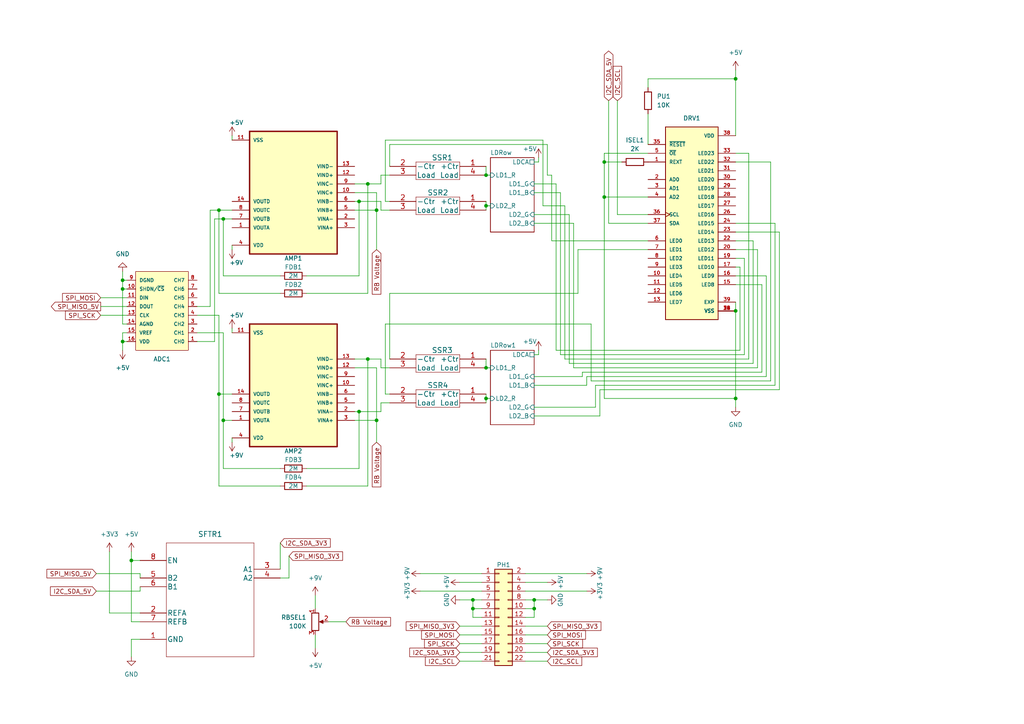
<source format=kicad_sch>
(kicad_sch (version 20211123) (generator eeschema)
  (paper "A4")
  (lib_symbols
    (symbol "ADC:MCU-MCP3008-I{brace}slash}P(DIP16-7.62MM)" (pin_names (offset 1.016))
      (property "Reference" "U" (at 0 12.7 0))
      (symbol "MCU-MCP3008-I{brace}slash}P(DIP16-7.62MM)_0_0"
        (rectangle (start -7.62 11.43) (end 7.62 -11.43) (stroke (width 0.1524)) (fill (type background)))
        (pin output line (at -10.16 8.89 0) (length 2.54) (name "CH0") (number "1"))
        (pin output line (at 10.16 -6.35 180) (length 2.54) (name "SHDN/~{CS}") (number "10"))
        (pin input line (at 10.16 -3.81 180) (length 2.54) (name "DIN") (number "11"))
        (pin input line (at 10.16 -1.27 180) (length 2.54) (name "DOUT") (number "12"))
        (pin output line (at 10.16 1.27 180) (length 2.54) (name "CLK") (number "13"))
        (pin input line (at 10.16 3.81 180) (length 2.54) (name "AGND") (number "14"))
        (pin input line (at 10.16 6.35 180) (length 2.54) (name "VREF") (number "15"))
        (pin output line (at 10.16 8.89 180) (length 2.54) (name "VDD") (number "16"))
        (pin input line (at -10.16 6.35 0) (length 2.54) (name "CH1") (number "2"))
        (pin output line (at -10.16 3.81 0) (length 2.54) (name "CH2") (number "3"))
        (pin input line (at -10.16 1.27 0) (length 2.54) (name "CH3") (number "4"))
        (pin input line (at -10.16 -1.27 0) (length 2.54) (name "CH4") (number "5"))
        (pin input line (at -10.16 -3.81 0) (length 2.54) (name "CH5") (number "6"))
        (pin output line (at -10.16 -6.35 0) (length 2.54) (name "CH6") (number "7"))
        (pin input line (at -10.16 -8.89 0) (length 2.54) (name "CH7") (number "8"))
        (pin output line (at 10.16 -8.89 180) (length 2.54) (name "DGND") (number "9"))
      )
    )
    (symbol "Connector_Generic:Conn_02x11_Odd_Even" (pin_names (offset 1.016) hide)
      (property "Reference" "J" (at 1.27 15.24 0))
      (property "Value" "Conn_02x11_Odd_Even" (at 1.27 -15.24 0))
      (symbol "Conn_02x11_Odd_Even_1_1"
        (rectangle (start -1.27 -12.573) (end 0 -12.827) (stroke (width 0.1524)))
        (rectangle (start -1.27 -10.033) (end 0 -10.287) (stroke (width 0.1524)))
        (rectangle (start -1.27 -7.493) (end 0 -7.747) (stroke (width 0.1524)))
        (rectangle (start -1.27 -4.953) (end 0 -5.207) (stroke (width 0.1524)))
        (rectangle (start -1.27 -2.413) (end 0 -2.667) (stroke (width 0.1524)))
        (rectangle (start -1.27 0.127) (end 0 -0.127) (stroke (width 0.1524)))
        (rectangle (start -1.27 2.667) (end 0 2.413) (stroke (width 0.1524)))
        (rectangle (start -1.27 5.207) (end 0 4.953) (stroke (width 0.1524)))
        (rectangle (start -1.27 7.747) (end 0 7.493) (stroke (width 0.1524)))
        (rectangle (start -1.27 10.287) (end 0 10.033) (stroke (width 0.1524)))
        (rectangle (start -1.27 12.827) (end 0 12.573) (stroke (width 0.1524)))
        (rectangle (start -1.27 13.97) (end 3.81 -13.97) (stroke (width 0.254)) (fill (type background)))
        (rectangle (start 3.81 -12.573) (end 2.54 -12.827) (stroke (width 0.1524)))
        (rectangle (start 3.81 -10.033) (end 2.54 -10.287) (stroke (width 0.1524)))
        (rectangle (start 3.81 -7.493) (end 2.54 -7.747) (stroke (width 0.1524)))
        (rectangle (start 3.81 -4.953) (end 2.54 -5.207) (stroke (width 0.1524)))
        (rectangle (start 3.81 -2.413) (end 2.54 -2.667) (stroke (width 0.1524)))
        (rectangle (start 3.81 0.127) (end 2.54 -0.127) (stroke (width 0.1524)))
        (rectangle (start 3.81 2.667) (end 2.54 2.413) (stroke (width 0.1524)))
        (rectangle (start 3.81 5.207) (end 2.54 4.953) (stroke (width 0.1524)))
        (rectangle (start 3.81 7.747) (end 2.54 7.493) (stroke (width 0.1524)))
        (rectangle (start 3.81 10.287) (end 2.54 10.033) (stroke (width 0.1524)))
        (rectangle (start 3.81 12.827) (end 2.54 12.573) (stroke (width 0.1524)))
        (pin passive line (at -5.08 12.7 0) (length 3.81) (name "Pin_1") (number "1"))
        (pin passive line (at 7.62 2.54 180) (length 3.81) (name "Pin_10") (number "10"))
        (pin passive line (at -5.08 0 0) (length 3.81) (name "Pin_11") (number "11"))
        (pin passive line (at 7.62 0 180) (length 3.81) (name "Pin_12") (number "12"))
        (pin passive line (at -5.08 -2.54 0) (length 3.81) (name "Pin_13") (number "13"))
        (pin passive line (at 7.62 -2.54 180) (length 3.81) (name "Pin_14") (number "14"))
        (pin passive line (at -5.08 -5.08 0) (length 3.81) (name "Pin_15") (number "15"))
        (pin passive line (at 7.62 -5.08 180) (length 3.81) (name "Pin_16") (number "16"))
        (pin passive line (at -5.08 -7.62 0) (length 3.81) (name "Pin_17") (number "17"))
        (pin passive line (at 7.62 -7.62 180) (length 3.81) (name "Pin_18") (number "18"))
        (pin passive line (at -5.08 -10.16 0) (length 3.81) (name "Pin_19") (number "19"))
        (pin passive line (at 7.62 12.7 180) (length 3.81) (name "Pin_2") (number "2"))
        (pin passive line (at 7.62 -10.16 180) (length 3.81) (name "Pin_20") (number "20"))
        (pin passive line (at -5.08 -12.7 0) (length 3.81) (name "Pin_21") (number "21"))
        (pin passive line (at 7.62 -12.7 180) (length 3.81) (name "Pin_22") (number "22"))
        (pin passive line (at -5.08 10.16 0) (length 3.81) (name "Pin_3") (number "3"))
        (pin passive line (at 7.62 10.16 180) (length 3.81) (name "Pin_4") (number "4"))
        (pin passive line (at -5.08 7.62 0) (length 3.81) (name "Pin_5") (number "5"))
        (pin passive line (at 7.62 7.62 180) (length 3.81) (name "Pin_6") (number "6"))
        (pin passive line (at -5.08 5.08 0) (length 3.81) (name "Pin_7") (number "7"))
        (pin passive line (at 7.62 5.08 180) (length 3.81) (name "Pin_8") (number "8"))
        (pin passive line (at -5.08 2.54 0) (length 3.81) (name "Pin_9") (number "9"))
      )
    )
    (symbol "Device:R" (pin_numbers hide) (pin_names (offset 0))
      (property "Reference" "R" (at 2.032 0 90))
      (property "Value" "R" (at 0 0 90))
      (symbol "R_0_1"
        (rectangle (start -1.016 -2.54) (end 1.016 2.54) (stroke (width 0.254)))
      )
      (symbol "R_1_1"
        (pin passive line (at 0 3.81 270) (length 1.27) (name "~") (number "1"))
        (pin passive line (at 0 -3.81 90) (length 1.27) (name "~") (number "2"))
      )
    )
    (symbol "Device:R_Potentiometer" (pin_names (offset 1.016) hide)
      (property "Reference" "RV" (at -4.445 0 90))
      (property "Value" "R_Potentiometer" (at -2.54 0 90))
      (symbol "R_Potentiometer_0_1"
        (polyline (pts (xy 2.54 0) (xy 1.524 0)))
        (polyline (pts (xy 1.143 0) (xy 2.286 0.508) (xy 2.286 -0.508) (xy 1.143 0)) (fill (type outline)))
        (rectangle (start 1.016 2.54) (end -1.016 -2.54) (stroke (width 0.254)))
      )
      (symbol "R_Potentiometer_1_1"
        (pin passive line (at 0 3.81 270) (length 1.27) (name "1") (number "1"))
        (pin passive line (at 3.81 0 180) (length 1.27) (name "2") (number "2"))
        (pin passive line (at 0 -3.81 90) (length 1.27) (name "3") (number "3"))
      )
    )
    (symbol "LED Driver:PCA9956BTWY" (pin_names (offset 1.016))
      (property "Reference" "U" (at 0 29.21 0))
      (property "Value" "PCA9956BTWY" (at 0 -30.48 0))
      (symbol "PCA9956BTWY_0_0"
        (rectangle (start -7.62 27.94) (end 7.62 -27.94) (stroke (width 0.254)) (fill (type background)))
        (pin input line (at -12.7 17.78 0) (length 5.08) (name "REXT") (number "1"))
        (pin output line (at -12.7 -15.24 0) (length 5.08) (name "LED4") (number "10"))
        (pin output line (at -12.7 -17.78 0) (length 5.08) (name "LED5") (number "11"))
        (pin output line (at -12.7 -20.32 0) (length 5.08) (name "LED6") (number "12"))
        (pin output line (at -12.7 -22.86 0) (length 5.08) (name "LED7") (number "13"))
        (pin power_in line (at 12.7 -25.4 180) (length 5.08) (name "VSS") (number "14"))
        (pin output line (at 12.7 -17.78 180) (length 5.08) (name "LED8") (number "15"))
        (pin output line (at 12.7 -15.24 180) (length 5.08) (name "LED9") (number "16"))
        (pin output line (at 12.7 -12.7 180) (length 5.08) (name "LED10") (number "17"))
        (pin power_in line (at 12.7 -25.4 180) (length 5.08) (name "VSS") (number "18"))
        (pin output line (at 12.7 -10.16 180) (length 5.08) (name "LED11") (number "19"))
        (pin input line (at -12.7 12.7 0) (length 5.08) (name "AD0") (number "2"))
        (pin output line (at 12.7 -7.62 180) (length 5.08) (name "LED12") (number "20"))
        (pin power_in line (at 12.7 -25.4 180) (length 5.08) (name "VSS") (number "21"))
        (pin output line (at 12.7 -5.08 180) (length 5.08) (name "LED13") (number "22"))
        (pin output line (at 12.7 -2.54 180) (length 5.08) (name "LED14") (number "23"))
        (pin output line (at 12.7 0 180) (length 5.08) (name "LED15") (number "24"))
        (pin power_in line (at 12.7 -25.4 180) (length 5.08) (name "VSS") (number "25"))
        (pin output line (at 12.7 2.54 180) (length 5.08) (name "LED16") (number "26"))
        (pin output line (at 12.7 5.08 180) (length 5.08) (name "LED17") (number "27"))
        (pin output line (at 12.7 7.62 180) (length 5.08) (name "LED18") (number "28"))
        (pin output line (at 12.7 10.16 180) (length 5.08) (name "LED19") (number "29"))
        (pin input line (at -12.7 10.16 0) (length 5.08) (name "AD1") (number "3"))
        (pin output line (at 12.7 12.7 180) (length 5.08) (name "LED20") (number "30"))
        (pin output line (at 12.7 15.24 180) (length 5.08) (name "LED21") (number "31"))
        (pin output line (at 12.7 17.78 180) (length 5.08) (name "LED22") (number "32"))
        (pin output line (at 12.7 20.32 180) (length 5.08) (name "LED23") (number "33"))
        (pin power_in line (at 12.7 -25.4 180) (length 5.08) (name "VSS") (number "34"))
        (pin input line (at -12.7 22.86 0) (length 5.08) (name "~{RESET}") (number "35"))
        (pin input clock (at -12.7 2.54 0) (length 5.08) (name "SCL") (number "36"))
        (pin bidirectional line (at -12.7 0 0) (length 5.08) (name "SDA") (number "37"))
        (pin power_in line (at 12.7 25.4 180) (length 5.08) (name "VDD") (number "38"))
        (pin power_in line (at 12.7 -22.86 180) (length 5.08) (name "EXP") (number "39"))
        (pin input line (at -12.7 7.62 0) (length 5.08) (name "AD2") (number "4"))
        (pin input line (at -12.7 20.32 0) (length 5.08) (name "~{OE}") (number "5"))
        (pin output line (at -12.7 -5.08 0) (length 5.08) (name "LED0") (number "6"))
        (pin output line (at -12.7 -7.62 0) (length 5.08) (name "LED1") (number "7"))
        (pin output line (at -12.7 -10.16 0) (length 5.08) (name "LED2") (number "8"))
        (pin output line (at -12.7 -12.7 0) (length 5.08) (name "LED3") (number "9"))
      )
    )
    (symbol "Level Shifter:LSF0102DCH" (pin_names (offset 0.254))
      (property "Reference" "U" (at 20.32 10.16 0))
      (property "Value" "LSF0102DCH" (at 20.32 7.62 0))
      (symbol "LSF0102DCH_1_1"
        (polyline (pts (xy 7.62 -27.94) (xy 33.02 -27.94)) (stroke (width 0.127)))
        (polyline (pts (xy 7.62 5.08) (xy 7.62 -27.94)) (stroke (width 0.127)))
        (polyline (pts (xy 33.02 -27.94) (xy 33.02 5.08)) (stroke (width 0.127)))
        (polyline (pts (xy 33.02 5.08) (xy 7.62 5.08)) (stroke (width 0.127)))
        (pin power_in line (at 0 -22.86 0) (length 7.62) (name "GND") (number "1"))
        (pin power_in line (at 0 -15.24 0) (length 7.62) (name "REFA") (number "2"))
        (pin bidirectional line (at 40.64 -2.54 180) (length 7.62) (name "A1") (number "3"))
        (pin bidirectional line (at 40.64 -5.08 180) (length 7.62) (name "A2") (number "4"))
        (pin bidirectional line (at 0 -5.08 0) (length 7.62) (name "B2") (number "5"))
        (pin bidirectional line (at 0 -7.62 0) (length 7.62) (name "B1") (number "6"))
        (pin power_in line (at 0 -17.78 0) (length 7.62) (name "REFB") (number "7"))
        (pin input line (at 0 0 0) (length 7.62) (name "EN") (number "8"))
      )
    )
    (symbol "Op-Amp:MCP619-I{brace}slash}SL" (pin_names (offset 1.016))
      (property "Reference" "U" (at -12.7 18.7706 0))
      (property "Value" "MCP619-I{brace}slash}SL" (at -12.7 -21.7678 0))
      (symbol "MCP619-I{brace}slash}SL_0_0"
        (rectangle (start -12.7 -17.78) (end 12.7 17.78) (stroke (width 0.4064)) (fill (type background)))
        (pin output line (at 17.78 10.16 180) (length 5.08) (name "VOUTA") (number "1"))
        (pin input line (at -17.78 0 0) (length 5.08) (name "VINC+") (number "10"))
        (pin power_in line (at 17.78 -15.24 180) (length 5.08) (name "VSS") (number "11"))
        (pin input line (at -17.78 -5.08 0) (length 5.08) (name "VIND+") (number "12"))
        (pin input line (at -17.78 -7.62 0) (length 5.08) (name "VIND-") (number "13"))
        (pin output line (at 17.78 2.54 180) (length 5.08) (name "VOUTD") (number "14"))
        (pin input line (at -17.78 7.62 0) (length 5.08) (name "VINA-") (number "2"))
        (pin input line (at -17.78 10.16 0) (length 5.08) (name "VINA+") (number "3"))
        (pin power_in line (at 17.78 15.24 180) (length 5.08) (name "VDD") (number "4"))
        (pin input line (at -17.78 5.08 0) (length 5.08) (name "VINB+") (number "5"))
        (pin input line (at -17.78 2.54 0) (length 5.08) (name "VINB-") (number "6"))
        (pin output line (at 17.78 7.62 180) (length 5.08) (name "VOUTB") (number "7"))
        (pin output line (at 17.78 5.08 180) (length 5.08) (name "VOUTC") (number "8"))
        (pin input line (at -17.78 -2.54 0) (length 5.08) (name "VINC-") (number "9"))
      )
    )
    (symbol "SSR:TLP4176ATP_F" (pin_names (offset 0.254))
      (property "Reference" "K" (at 0 3.81 0))
      (symbol "TLP4176ATP_F_1_1"
        (polyline (pts (xy -6.35 -2.54) (xy 6.35 -2.54)) (stroke (width 0.127)))
        (polyline (pts (xy -6.35 2.54) (xy -6.35 -2.54)) (stroke (width 0.127)))
        (polyline (pts (xy 6.35 -2.54) (xy 6.35 2.54)) (stroke (width 0.127)))
        (polyline (pts (xy 6.35 2.54) (xy -6.35 2.54)) (stroke (width 0.127)))
        (pin unspecified line (at -13.97 1.27 0) (length 7.62) (name "+Ctr") (number "1"))
        (pin unspecified line (at 13.97 1.27 180) (length 7.62) (name "-Ctr") (number "2"))
        (pin unspecified line (at 13.97 -1.27 180) (length 7.62) (name "Load") (number "3"))
        (pin unspecified line (at -13.97 -1.27 0) (length 7.62) (name "Load") (number "4"))
      )
    )
    (symbol "power:+3V3" (power) (pin_names (offset 0))
      (property "Value" "+3V3" (at 0 3.556 0))
      (symbol "+3V3_0_1"
        (polyline (pts (xy -0.762 1.27) (xy 0 2.54)))
        (polyline (pts (xy 0 0) (xy 0 2.54)))
        (polyline (pts (xy 0 2.54) (xy 0.762 1.27)))
      )
      (symbol "+3V3_1_1"
        (pin power_in line (at 0 0 90) (length 0) hide (name "+3V3") (number "1"))
      )
    )
    (symbol "power:+5V" (power) (pin_names (offset 0))
      (property "Value" "+5V" (at 0 3.556 0))
      (symbol "+5V_0_1"
        (polyline (pts (xy -0.762 1.27) (xy 0 2.54)))
        (polyline (pts (xy 0 0) (xy 0 2.54)))
        (polyline (pts (xy 0 2.54) (xy 0.762 1.27)))
      )
      (symbol "+5V_1_1"
        (pin power_in line (at 0 0 90) (length 0) hide (name "+5V") (number "1"))
      )
    )
    (symbol "power:+9V" (power) (pin_names (offset 0))
      (property "Value" "+9V" (at 0 3.556 0))
      (symbol "+9V_0_1"
        (polyline (pts (xy -0.762 1.27) (xy 0 2.54)))
        (polyline (pts (xy 0 0) (xy 0 2.54)))
        (polyline (pts (xy 0 2.54) (xy 0.762 1.27)))
      )
      (symbol "+9V_1_1"
        (pin power_in line (at 0 0 90) (length 0) hide (name "+9V") (number "1"))
      )
    )
    (symbol "power:GND" (power) (pin_names (offset 0))
      (property "Value" "GND" (at 0 -3.81 0))
      (symbol "GND_0_1"
        (polyline (pts (xy 0 0) (xy 0 -1.27) (xy 1.27 -1.27) (xy 0 -2.54) (xy -1.27 -1.27) (xy 0 -1.27)))
      )
      (symbol "GND_1_1"
        (pin power_in line (at 0 0 270) (length 0) hide (name "GND") (number "1"))
      )
    )
  )
  (junction (at 137.16 173.99))
  (junction (at 140.97 115.57))
  (junction (at 213.36 90.17))
  (junction (at 175.26 46.99))
  (junction (at 35.56 83.82))
  (junction (at 175.26 57.15))
  (junction (at 140.97 106.68))
  (junction (at 109.22 121.92))
  (junction (at 35.56 81.28))
  (junction (at 64.77 121.92))
  (junction (at 64.77 63.5))
  (junction (at 38.1 162.56))
  (junction (at 106.68 104.14))
  (junction (at 35.56 99.06))
  (junction (at 213.36 115.57))
  (junction (at 137.16 176.53))
  (junction (at 63.5 60.96))
  (junction (at 104.14 58.42))
  (junction (at 104.14 119.38))
  (junction (at 140.97 50.8))
  (junction (at 154.94 173.99))
  (junction (at 154.94 176.53))
  (junction (at 63.5 114.3))
  (junction (at 106.68 53.34))
  (junction (at 213.36 22.86))
  (junction (at 109.22 60.96))
  (junction (at 140.97 59.69))
  (wire (pts (xy 140.97 115.57) (xy 140.97 114.3)))
  (wire (pts (xy 140.97 106.68) (xy 142.24 106.68)))
  (wire (pts (xy 110.49 50.8) (xy 113.03 50.8)))
  (wire (pts (xy 187.96 33.02) (xy 187.96 41.91)))
  (wire (pts (xy 187.96 22.86) (xy 187.96 25.4)))
  (wire (pts (xy 110.49 60.96) (xy 113.03 60.96)))
  (wire (pts (xy 162.56 55.88) (xy 162.56 102.87)))
  (wire (pts (xy 63.5 60.96) (xy 67.31 60.96)))
  (wire (pts (xy 140.97 59.69) (xy 140.97 60.96)))
  (wire (pts (xy 36.83 99.06) (xy 35.56 99.06)))
  (wire (pts (xy 64.77 63.5) (xy 62.23 63.5)))
  (wire (pts (xy 104.14 58.42) (xy 102.87 58.42)))
  (wire (pts (xy 111.76 40.64) (xy 111.76 58.42)))
  (wire (pts (xy 160.02 69.85) (xy 187.96 69.85)))
  (wire (pts (xy 139.7 176.53) (xy 137.16 176.53)))
  (wire (pts (xy 213.36 90.17) (xy 213.36 115.57)))
  (wire (pts (xy 154.94 118.11) (xy 172.72 118.11)))
  (wire (pts (xy 154.94 176.53) (xy 154.94 173.99)))
  (wire (pts (xy 217.17 44.45) (xy 213.36 44.45)))
  (wire (pts (xy 139.7 181.61) (xy 133.35 181.61)))
  (wire (pts (xy 179.07 29.21) (xy 179.07 62.23)))
  (wire (pts (xy 140.97 104.14) (xy 140.97 106.68)))
  (wire (pts (xy 226.06 67.31) (xy 213.36 67.31)))
  (wire (pts (xy 175.26 115.57) (xy 213.36 115.57)))
  (wire (pts (xy 156.21 45.72) (xy 156.21 46.99)))
  (wire (pts (xy 173.99 120.65) (xy 173.99 113.03)))
  (wire (pts (xy 163.83 104.14) (xy 217.17 104.14)))
  (wire (pts (xy 104.14 119.38) (xy 110.49 119.38)))
  (wire (pts (xy 81.28 140.97) (xy 63.5 140.97)))
  (wire (pts (xy 176.53 29.21) (xy 176.53 64.77)))
  (wire (pts (xy 91.44 172.72) (xy 91.44 176.53)))
  (wire (pts (xy 111.76 93.98) (xy 111.76 114.3)))
  (wire (pts (xy 62.23 63.5) (xy 62.23 99.06)))
  (wire (pts (xy 109.22 55.88) (xy 109.22 60.96)))
  (wire (pts (xy 222.25 109.22) (xy 222.25 80.01)))
  (wire (pts (xy 218.44 105.41) (xy 218.44 69.85)))
  (wire (pts (xy 222.25 80.01) (xy 213.36 80.01)))
  (wire (pts (xy 154.94 179.07) (xy 154.94 176.53)))
  (wire (pts (xy 152.4 179.07) (xy 154.94 179.07)))
  (wire (pts (xy 162.56 102.87) (xy 215.9 102.87)))
  (wire (pts (xy 60.96 60.96) (xy 63.5 60.96)))
  (wire (pts (xy 213.36 87.63) (xy 213.36 90.17)))
  (wire (pts (xy 67.31 40.64) (xy 67.31 39.37)))
  (wire (pts (xy 106.68 104.14) (xy 110.49 104.14)))
  (wire (pts (xy 165.1 105.41) (xy 218.44 105.41)))
  (wire (pts (xy 57.15 88.9) (xy 60.96 88.9)))
  (wire (pts (xy 154.94 62.23) (xy 165.1 62.23)))
  (wire (pts (xy 213.36 20.32) (xy 213.36 22.86)))
  (wire (pts (xy 64.77 96.52) (xy 64.77 121.92)))
  (wire (pts (xy 165.1 62.23) (xy 165.1 105.41)))
  (wire (pts (xy 104.14 58.42) (xy 110.49 58.42)))
  (wire (pts (xy 111.76 40.64) (xy 157.48 40.64)))
  (wire (pts (xy 154.94 55.88) (xy 162.56 55.88)))
  (wire (pts (xy 35.56 83.82) (xy 35.56 81.28)))
  (wire (pts (xy 35.56 81.28) (xy 36.83 81.28)))
  (wire (pts (xy 140.97 59.69) (xy 140.97 58.42)))
  (wire (pts (xy 106.68 53.34) (xy 102.87 53.34)))
  (wire (pts (xy 67.31 96.52) (xy 67.31 95.25)))
  (wire (pts (xy 167.64 85.09) (xy 167.64 72.39)))
  (wire (pts (xy 102.87 60.96) (xy 109.22 60.96)))
  (wire (pts (xy 139.7 186.69) (xy 133.35 186.69)))
  (wire (pts (xy 218.44 69.85) (xy 213.36 69.85)))
  (wire (pts (xy 175.26 44.45) (xy 187.96 44.45)))
  (wire (pts (xy 110.49 119.38) (xy 110.49 116.84)))
  (wire (pts (xy 35.56 101.6) (xy 35.56 99.06)))
  (wire (pts (xy 63.5 114.3) (xy 63.5 140.97)))
  (wire (pts (xy 64.77 135.89) (xy 64.77 121.92)))
  (wire (pts (xy 219.71 106.68) (xy 219.71 72.39)))
  (wire (pts (xy 35.56 96.52) (xy 36.83 96.52)))
  (wire (pts (xy 67.31 71.12) (xy 67.31 72.39)))
  (wire (pts (xy 219.71 72.39) (xy 213.36 72.39)))
  (wire (pts (xy 91.44 184.15) (xy 91.44 187.96)))
  (wire (pts (xy 110.49 58.42) (xy 110.49 60.96)))
  (wire (pts (xy 38.1 185.42) (xy 38.1 190.5)))
  (wire (pts (xy 168.91 107.95) (xy 220.98 107.95)))
  (wire (pts (xy 83.82 167.64) (xy 81.28 167.64)))
  (wire (pts (xy 106.68 104.14) (xy 106.68 140.97)))
  (wire (pts (xy 139.7 166.37) (xy 121.92 166.37)))
  (wire (pts (xy 102.87 121.92) (xy 109.22 121.92)))
  (wire (pts (xy 160.02 50.8) (xy 160.02 69.85)))
  (wire (pts (xy 223.52 110.49) (xy 223.52 46.99)))
  (wire (pts (xy 88.9 135.89) (xy 104.14 135.89)))
  (wire (pts (xy 175.26 46.99) (xy 180.34 46.99)))
  (wire (pts (xy 113.03 41.91) (xy 158.75 41.91)))
  (wire (pts (xy 215.9 74.93) (xy 213.36 74.93)))
  (wire (pts (xy 170.18 111.76) (xy 170.18 109.22)))
  (wire (pts (xy 157.48 59.69) (xy 163.83 59.69)))
  (wire (pts (xy 170.18 109.22) (xy 222.25 109.22)))
  (wire (pts (xy 168.91 109.22) (xy 168.91 107.95)))
  (wire (pts (xy 40.64 171.45) (xy 40.64 170.18)))
  (wire (pts (xy 166.37 64.77) (xy 166.37 106.68)))
  (wire (pts (xy 40.64 185.42) (xy 38.1 185.42)))
  (wire (pts (xy 224.79 111.76) (xy 224.79 64.77)))
  (wire (pts (xy 217.17 104.14) (xy 217.17 44.45)))
  (wire (pts (xy 106.68 104.14) (xy 102.87 104.14)))
  (wire (pts (xy 166.37 106.68) (xy 219.71 106.68)))
  (wire (pts (xy 110.49 116.84) (xy 113.03 116.84)))
  (wire (pts (xy 29.21 88.9) (xy 36.83 88.9)))
  (wire (pts (xy 106.68 140.97) (xy 88.9 140.97)))
  (wire (pts (xy 64.77 121.92) (xy 67.31 121.92)))
  (wire (pts (xy 171.45 110.49) (xy 223.52 110.49)))
  (wire (pts (xy 175.26 115.57) (xy 175.26 57.15)))
  (wire (pts (xy 64.77 63.5) (xy 67.31 63.5)))
  (wire (pts (xy 38.1 160.02) (xy 38.1 162.56)))
  (wire (pts (xy 57.15 96.52) (xy 64.77 96.52)))
  (wire (pts (xy 220.98 82.55) (xy 213.36 82.55)))
  (wire (pts (xy 213.36 22.86) (xy 213.36 39.37)))
  (wire (pts (xy 223.52 46.99) (xy 213.36 46.99)))
  (wire (pts (xy 154.94 120.65) (xy 173.99 120.65)))
  (wire (pts (xy 139.7 171.45) (xy 121.92 171.45)))
  (wire (pts (xy 35.56 83.82) (xy 36.83 83.82)))
  (wire (pts (xy 140.97 115.57) (xy 140.97 116.84)))
  (wire (pts (xy 109.22 106.68) (xy 109.22 121.92)))
  (wire (pts (xy 215.9 102.87) (xy 215.9 74.93)))
  (wire (pts (xy 163.83 59.69) (xy 163.83 104.14)))
  (wire (pts (xy 137.16 176.53) (xy 137.16 173.99)))
  (wire (pts (xy 106.68 85.09) (xy 88.9 85.09)))
  (wire (pts (xy 81.28 157.48) (xy 81.28 165.1)))
  (wire (pts (xy 106.68 85.09) (xy 106.68 53.34)))
  (wire (pts (xy 38.1 162.56) (xy 40.64 162.56)))
  (wire (pts (xy 139.7 189.23) (xy 133.35 189.23)))
  (wire (pts (xy 154.94 111.76) (xy 170.18 111.76)))
  (wire (pts (xy 110.49 50.8) (xy 110.49 53.34)))
  (wire (pts (xy 111.76 58.42) (xy 113.03 58.42)))
  (wire (pts (xy 220.98 107.95) (xy 220.98 82.55)))
  (wire (pts (xy 187.96 22.86) (xy 213.36 22.86)))
  (wire (pts (xy 81.28 135.89) (xy 64.77 135.89)))
  (wire (pts (xy 179.07 62.23) (xy 187.96 62.23)))
  (wire (pts (xy 172.72 118.11) (xy 172.72 111.76)))
  (wire (pts (xy 152.4 168.91) (xy 158.75 168.91)))
  (wire (pts (xy 81.28 85.09) (xy 63.5 85.09)))
  (wire (pts (xy 67.31 127) (xy 67.31 128.27)))
  (wire (pts (xy 172.72 111.76) (xy 224.79 111.76)))
  (wire (pts (xy 31.75 160.02) (xy 31.75 177.8)))
  (wire (pts (xy 224.79 64.77) (xy 213.36 64.77)))
  (wire (pts (xy 40.64 180.34) (xy 38.1 180.34)))
  (wire (pts (xy 152.4 166.37) (xy 170.18 166.37)))
  (wire (pts (xy 31.75 177.8) (xy 40.64 177.8)))
  (wire (pts (xy 81.28 80.01) (xy 64.77 80.01)))
  (wire (pts (xy 36.83 93.98) (xy 35.56 93.98)))
  (wire (pts (xy 137.16 179.07) (xy 137.16 176.53)))
  (wire (pts (xy 154.94 173.99) (xy 158.75 173.99)))
  (wire (pts (xy 213.36 115.57) (xy 213.36 118.11)))
  (wire (pts (xy 64.77 80.01) (xy 64.77 63.5)))
  (wire (pts (xy 161.29 53.34) (xy 161.29 101.6)))
  (wire (pts (xy 27.94 171.45) (xy 40.64 171.45)))
  (wire (pts (xy 154.94 64.77) (xy 166.37 64.77)))
  (wire (pts (xy 158.75 50.8) (xy 160.02 50.8)))
  (wire (pts (xy 214.63 101.6) (xy 214.63 77.47)))
  (wire (pts (xy 175.26 46.99) (xy 175.26 44.45)))
  (wire (pts (xy 95.25 180.34) (xy 100.33 180.34)))
  (wire (pts (xy 152.4 171.45) (xy 170.18 171.45)))
  (wire (pts (xy 106.68 53.34) (xy 110.49 53.34)))
  (wire (pts (xy 152.4 186.69) (xy 158.75 186.69)))
  (wire (pts (xy 139.7 179.07) (xy 137.16 179.07)))
  (wire (pts (xy 104.14 135.89) (xy 104.14 119.38)))
  (wire (pts (xy 60.96 88.9) (xy 60.96 60.96)))
  (wire (pts (xy 139.7 184.15) (xy 133.35 184.15)))
  (wire (pts (xy 214.63 77.47) (xy 213.36 77.47)))
  (wire (pts (xy 154.94 53.34) (xy 161.29 53.34)))
  (wire (pts (xy 157.48 40.64) (xy 157.48 59.69)))
  (wire (pts (xy 38.1 180.34) (xy 38.1 162.56)))
  (wire (pts (xy 110.49 106.68) (xy 113.03 106.68)))
  (wire (pts (xy 110.49 106.68) (xy 110.49 104.14)))
  (wire (pts (xy 57.15 91.44) (xy 63.5 91.44)))
  (wire (pts (xy 35.56 81.28) (xy 35.56 78.74)))
  (wire (pts (xy 173.99 113.03) (xy 226.06 113.03)))
  (wire (pts (xy 154.94 102.87) (xy 156.21 102.87)))
  (wire (pts (xy 29.21 86.36) (xy 36.83 86.36)))
  (wire (pts (xy 140.97 115.57) (xy 142.24 115.57)))
  (wire (pts (xy 152.4 189.23) (xy 158.75 189.23)))
  (wire (pts (xy 113.03 85.09) (xy 167.64 85.09)))
  (wire (pts (xy 27.94 166.37) (xy 40.64 166.37)))
  (wire (pts (xy 113.03 41.91) (xy 113.03 48.26)))
  (wire (pts (xy 158.75 41.91) (xy 158.75 50.8)))
  (wire (pts (xy 104.14 119.38) (xy 102.87 119.38)))
  (wire (pts (xy 175.26 57.15) (xy 175.26 46.99)))
  (wire (pts (xy 139.7 168.91) (xy 133.35 168.91)))
  (wire (pts (xy 102.87 55.88) (xy 109.22 55.88)))
  (wire (pts (xy 111.76 93.98) (xy 171.45 93.98)))
  (wire (pts (xy 63.5 114.3) (xy 67.31 114.3)))
  (wire (pts (xy 152.4 181.61) (xy 158.75 181.61)))
  (wire (pts (xy 140.97 59.69) (xy 142.24 59.69)))
  (wire (pts (xy 111.76 114.3) (xy 113.03 114.3)))
  (wire (pts (xy 63.5 91.44) (xy 63.5 114.3)))
  (wire (pts (xy 109.22 121.92) (xy 109.22 128.27)))
  (wire (pts (xy 35.56 99.06) (xy 35.56 96.52)))
  (wire (pts (xy 113.03 85.09) (xy 113.03 104.14)))
  (wire (pts (xy 140.97 50.8) (xy 142.24 50.8)))
  (wire (pts (xy 152.4 176.53) (xy 154.94 176.53)))
  (wire (pts (xy 109.22 60.96) (xy 109.22 72.39)))
  (wire (pts (xy 140.97 48.26) (xy 140.97 50.8)))
  (wire (pts (xy 161.29 101.6) (xy 214.63 101.6)))
  (wire (pts (xy 167.64 72.39) (xy 187.96 72.39)))
  (wire (pts (xy 137.16 173.99) (xy 133.35 173.99)))
  (wire (pts (xy 152.4 173.99) (xy 154.94 173.99)))
  (wire (pts (xy 29.21 91.44) (xy 36.83 91.44)))
  (wire (pts (xy 139.7 173.99) (xy 137.16 173.99)))
  (wire (pts (xy 226.06 113.03) (xy 226.06 67.31)))
  (wire (pts (xy 83.82 161.29) (xy 83.82 167.64)))
  (wire (pts (xy 62.23 99.06) (xy 57.15 99.06)))
  (wire (pts (xy 102.87 106.68) (xy 109.22 106.68)))
  (wire (pts (xy 88.9 80.01) (xy 104.14 80.01)))
  (wire (pts (xy 152.4 184.15) (xy 158.75 184.15)))
  (wire (pts (xy 175.26 57.15) (xy 187.96 57.15)))
  (wire (pts (xy 152.4 191.77) (xy 158.75 191.77)))
  (wire (pts (xy 139.7 191.77) (xy 133.35 191.77)))
  (wire (pts (xy 154.94 46.99) (xy 156.21 46.99)))
  (wire (pts (xy 176.53 64.77) (xy 187.96 64.77)))
  (wire (pts (xy 154.94 109.22) (xy 168.91 109.22)))
  (wire (pts (xy 35.56 93.98) (xy 35.56 83.82)))
  (wire (pts (xy 63.5 85.09) (xy 63.5 60.96)))
  (wire (pts (xy 40.64 167.64) (xy 40.64 166.37)))
  (wire (pts (xy 171.45 93.98) (xy 171.45 110.49)))
  (wire (pts (xy 156.21 101.6) (xy 156.21 102.87)))
  (wire (pts (xy 104.14 80.01) (xy 104.14 58.42)))
  (global_label "SPI_MISO_3V3" (shape input) (at 133.35 181.61 180) (property "Intersheet References" "${INTERSHEET_REFS}" (effects hide)))
  (global_label "SPI_MOSI" (shape input) (at 29.21 86.36 180) (property "Intersheet References" "${INTERSHEET_REFS}" (effects hide)))
  (global_label "I2C_SDA_5V" (shape input) (at 27.94 171.45 180) (property "Intersheet References" "${INTERSHEET_REFS}" (effects hide)))
  (global_label "I2C_SDA_3V3" (shape input) (at 133.35 189.23 180) (property "Intersheet References" "${INTERSHEET_REFS}" (effects hide)))
  (global_label "I2C_SCL" (shape input) (at 179.07 29.21 90) (property "Intersheet References" "${INTERSHEET_REFS}" (effects hide)))
  (global_label "SPI_MISO_5V" (shape input) (at 27.94 166.37 180) (property "Intersheet References" "${INTERSHEET_REFS}" (effects hide)))
  (global_label "I2C_SDA_3V3" (shape input) (at 81.28 157.48 0) (property "Intersheet References" "${INTERSHEET_REFS}" (effects hide)))
  (global_label "SPI_SCK" (shape input) (at 29.21 91.44 180) (property "Intersheet References" "${INTERSHEET_REFS}" (effects hide)))
  (global_label "SPI_MOSI" (shape input) (at 133.35 184.15 180) (property "Intersheet References" "${INTERSHEET_REFS}" (effects hide)))
  (global_label "SPI_SCK" (shape input) (at 133.35 186.69 180) (property "Intersheet References" "${INTERSHEET_REFS}" (effects hide)))
  (global_label "I2C_SDA_5V" (shape bidirectional) (at 176.53 29.21 90) (property "Intersheet References" "${INTERSHEET_REFS}" (effects hide)))
  (global_label "SPI_SCK" (shape input) (at 158.75 186.69 0) (property "Intersheet References" "${INTERSHEET_REFS}" (effects hide)))
  (global_label "I2C_SDA_3V3" (shape input) (at 158.75 189.23 0) (property "Intersheet References" "${INTERSHEET_REFS}" (effects hide)))
  (global_label "SPI_MISO_5V" (shape output) (at 29.21 88.9 180) (property "Intersheet References" "${INTERSHEET_REFS}" (effects hide)))
  (global_label "SPI_MISO_3V3" (shape input) (at 158.75 181.61 0) (property "Intersheet References" "${INTERSHEET_REFS}" (effects hide)))
  (global_label "SPI_MISO_3V3" (shape input) (at 83.82 161.29 0) (property "Intersheet References" "${INTERSHEET_REFS}" (effects hide)))
  (global_label "RB Voltage" (shape input) (at 100.33 180.34 0) (property "Intersheet References" "${INTERSHEET_REFS}" (effects hide)))
  (global_label "I2C_SCL" (shape input) (at 158.75 191.77 0) (property "Intersheet References" "${INTERSHEET_REFS}" (effects hide)))
  (global_label "I2C_SCL" (shape input) (at 133.35 191.77 180) (property "Intersheet References" "${INTERSHEET_REFS}" (effects hide)))
  (global_label "SPI_MOSI" (shape input) (at 158.75 184.15 0) (property "Intersheet References" "${INTERSHEET_REFS}" (effects hide)))
  (global_label "RB Voltage" (shape input) (at 109.22 128.27 270) (property "Intersheet References" "${INTERSHEET_REFS}" (effects hide)))
  (global_label "RB Voltage" (shape input) (at 109.22 72.39 270) (property "Intersheet References" "${INTERSHEET_REFS}" (effects hide)))
  (symbol (lib_id "power:+3V3") (at 31.75 160.02 0) (unit 1)
    (property "Reference" "#PWR0153" (effects hide))
    (property "Value" "+3V3" (at 31.75 154.94 0))
  )
  (symbol (lib_id "LED Driver:PCA9956BTWY") (at 200.66 64.77 0) (unit 1)
    (property "Reference" "DRV1" (at 200.66 34.29 0))
    (property "Value" "PCA9956BTWY" (effects hide))
    (property "Footprint" "LED Driver:SOP50P640X110-39N" (effects hide))
    (property "PARTREV" "1.1" (effects hide))
    (property "MAXIMUM_PACKAGE_HEIGHT" "1.1mm" (effects hide))
    (property "MANUFACTURER" "NXP" (effects hide))
    (property "STANDARD" "IPC7351B" (effects hide))
  )
  (symbol (lib_id "power:GND") (at 213.36 118.11 0) (unit 1)
    (property "Reference" "#PWR02" (effects hide))
    (property "Value" "GND" (at 213.36 123.19 0))
  )
  (symbol (lib_id "SSR:TLP4176ATP_F") (at 127 59.69 0) (mirror y) (unit 1)
    (property "Reference" "SSR2" (at 127 55.88 0) (effects (font (size 1.524 1.524))))
    (property "Value" "TLP417A-TP-F" (effects hide))
    (property "Footprint" "SSR:footprints" (effects hide))
  )
  (symbol (lib_id "ADC:MCU-MCP3008-I{brace}slash}P(DIP16-7.62MM)") (at 46.99 90.17 180) (unit 1)
    (property "Reference" "ADC1" (at 46.99 104.14 0))
    (property "Value" "MCU-MCP3008-I/P(DIP16-7.62MM)" (effects hide))
    (property "Footprint" "ADC:MCP3008-I&slash_P" (effects hide))
    (property "MPN" "MCP3008-I/P" (effects hide))
    (property "VALUE" "MCP3008-I/P-DIP16" (effects hide))
  )
  (symbol (lib_id "power:+5V") (at 67.31 39.37 0) (mirror y) (unit 1)
    (property "Reference" "#PWR0108" (effects hide))
    (property "Value" "+5V" (at 68.58 35.56 0))
  )
  (symbol (lib_id "power:+5V") (at 156.21 45.72 0) (unit 1)
    (property "Reference" "#PWR0101" (effects hide))
    (property "Value" "+5V" (at 153.67 43.18 0))
  )
  (symbol (lib_id "Level Shifter:LSF0102DCH") (at 40.64 162.56 0) (unit 1)
    (property "Reference" "SFTR1" (at 60.96 154.94 0) (effects (font (size 1.524 1.524))))
    (property "Value" "LSF0102DCH" (effects hide))
    (property "Footprint" "Level Shifter:LSF0102DCH" (effects hide))
  )
  (symbol (lib_id "Device:R") (at 85.09 140.97 270) (unit 1)
    (property "Reference" "FDB4" (at 85.09 138.43 90))
    (property "Value" "2M" (at 85.09 140.97 90))
    (property "Footprint" "Resistor - Through-Hole:footprints" (effects hide))
  )
  (symbol (lib_id "power:+5V") (at 213.36 20.32 0) (unit 1)
    (property "Reference" "#PWR01" (effects hide))
    (property "Value" "+5V" (at 213.36 15.24 0))
  )
  (symbol (lib_id "power:GND") (at 38.1 190.5 0) (unit 1)
    (property "Reference" "#PWR0151" (effects hide))
    (property "Value" "GND" (at 38.1 195.58 0))
  )
  (symbol (lib_id "Device:R_Potentiometer") (at 91.44 180.34 0) (unit 1)
    (property "Reference" "RBSEL1" (at 88.9 179.0699 0) (effects (justify right)))
    (property "Value" "100K" (at 88.9 181.6099 0) (effects (justify right)))
    (property "Footprint" "Potentiometer_THT:Potentiometer_Runtron_RM-065_Vertical" (effects hide))
  )
  (symbol (lib_id "power:+3V3") (at 170.18 171.45 270) (mirror x) (unit 1)
    (property "Reference" "#PWR010" (effects hide))
    (property "Value" "+3V3" (at 173.99 171.45 0))
  )
  (symbol (lib_id "power:+5V") (at 133.35 168.91 90) (unit 1)
    (property "Reference" "#PWR05" (effects hide))
    (property "Value" "+5V" (at 129.54 168.91 0))
  )
  (symbol (lib_id "SSR:TLP4176ATP_F") (at 127 49.53 0) (mirror y) (unit 1)
    (property "Reference" "SSR1" (at 128.27 45.72 0) (effects (font (size 1.524 1.524))))
    (property "Value" "TLP417A-TP-F" (effects hide))
    (property "Footprint" "SSR:footprints" (effects hide))
  )
  (symbol (lib_id "Device:R") (at 85.09 85.09 270) (unit 1)
    (property "Reference" "FDB2" (at 85.09 82.55 90))
    (property "Value" "2M" (at 85.09 85.09 90))
    (property "Footprint" "Resistor - Through-Hole:footprints" (effects hide))
  )
  (symbol (lib_id "Connector_Generic:Conn_02x11_Odd_Even") (at 144.78 179.07 0) (unit 1)
    (property "Reference" "PH1" (at 146.05 163.83 0))
    (property "Value" "Conn_02x11_Odd_Even" (effects hide))
    (property "Footprint" "Connector_PinSocket_2.54mm:PinSocket_2x11_P2.54mm_Vertical" (effects hide))
  )
  (symbol (lib_id "power:+5V") (at 35.56 101.6 0) (mirror x) (unit 1)
    (property "Reference" "#PWR0103" (effects hide))
    (property "Value" "+5V" (at 35.56 106.68 0))
  )
  (symbol (lib_id "SSR:TLP4176ATP_F") (at 127 115.57 0) (mirror y) (unit 1)
    (property "Reference" "SSR4" (at 127 111.76 0) (effects (font (size 1.524 1.524))))
    (property "Value" "TLP417A-TP-F" (effects hide))
    (property "Footprint" "SSR:footprints" (effects hide))
  )
  (symbol (lib_id "power:+5V") (at 158.75 168.91 270) (mirror x) (unit 1)
    (property "Reference" "#PWR07" (effects hide))
    (property "Value" "+5V" (at 162.56 168.91 0))
  )
  (symbol (lib_id "power:GND") (at 35.56 78.74 0) (mirror x) (unit 1)
    (property "Reference" "#PWR0104" (effects hide))
    (property "Value" "GND" (at 35.56 73.66 0))
  )
  (symbol (lib_id "Op-Amp:MCP619-I{brace}slash}SL") (at 85.09 55.88 180) (unit 1)
    (property "Reference" "AMP1" (at 85.09 74.93 0))
    (property "Value" "MCP619-I{slash}SL" (effects hide))
    (property "Footprint" "Op-Amp:footprints" (effects hide))
  )
  (symbol (lib_id "Op-Amp:MCP619-I{brace}slash}SL") (at 85.09 111.76 180) (unit 1)
    (property "Reference" "AMP2" (at 85.09 130.81 0))
    (property "Value" "MCP619-I{slash}SL" (effects hide))
    (property "Footprint" "Op-Amp:footprints" (effects hide))
  )
  (symbol (lib_id "power:+9V") (at 91.44 172.72 0) (unit 1)
    (property "Reference" "#PWR0167" (effects hide))
    (property "Value" "+9V" (at 91.44 167.64 0))
  )
  (symbol (lib_id "power:+3V3") (at 121.92 171.45 90) (unit 1)
    (property "Reference" "#PWR04" (effects hide))
    (property "Value" "+3V3" (at 118.11 171.45 0))
  )
  (symbol (lib_id "power:+9V") (at 67.31 128.27 180) (unit 1)
    (property "Reference" "#PWR0105" (effects hide))
    (property "Value" "+9V" (at 68.58 132.08 0))
  )
  (symbol (lib_id "Device:R") (at 85.09 80.01 270) (unit 1)
    (property "Reference" "FDB1" (at 85.09 77.47 90))
    (property "Value" "2M" (at 85.09 80.01 90))
    (property "Footprint" "Resistor - Through-Hole:footprints" (effects hide))
  )
  (symbol (lib_id "power:+9V") (at 67.31 72.39 180) (unit 1)
    (property "Reference" "#PWR0107" (effects hide))
    (property "Value" "+9V" (at 68.58 76.2 0))
  )
  (symbol (lib_id "power:+9V") (at 170.18 166.37 270) (mirror x) (unit 1)
    (property "Reference" "#PWR09" (effects hide))
    (property "Value" "+9V" (at 173.99 166.37 0))
  )
  (symbol (lib_id "Device:R") (at 187.96 29.21 0) (unit 1)
    (property "Reference" "PU1" (at 190.5 27.9399 0) (effects (justify left)))
    (property "Value" "10K" (at 190.5 30.4799 0) (effects (justify left)))
    (property "Footprint" "Resistor - Through-Hole:footprints" (effects hide))
  )
  (symbol (lib_id "power:+9V") (at 121.92 166.37 90) (unit 1)
    (property "Reference" "#PWR03" (effects hide))
    (property "Value" "+9V" (at 118.11 166.37 0))
  )
  (symbol (lib_id "power:+5V") (at 38.1 160.02 0) (unit 1)
    (property "Reference" "#PWR0152" (effects hide))
    (property "Value" "+5V" (at 38.1 154.94 0))
  )
  (symbol (lib_id "power:GND") (at 133.35 173.99 270) (unit 1)
    (property "Reference" "#PWR06" (effects hide))
    (property "Value" "GND" (at 129.54 173.99 0))
  )
  (symbol (lib_id "power:+5V") (at 156.21 101.6 0) (unit 1)
    (property "Reference" "#PWR0102" (effects hide))
    (property "Value" "+5V" (at 153.67 99.06 0))
  )
  (symbol (lib_id "Device:R") (at 85.09 135.89 270) (unit 1)
    (property "Reference" "FDB3" (at 85.09 133.35 90))
    (property "Value" "2M" (at 85.09 135.89 90))
    (property "Footprint" "Resistor - Through-Hole:footprints" (effects hide))
  )
  (symbol (lib_id "power:GND") (at 158.75 173.99 90) (mirror x) (unit 1)
    (property "Reference" "#PWR08" (effects hide))
    (property "Value" "GND" (at 162.56 173.99 0))
  )
  (symbol (lib_id "power:+5V") (at 91.44 187.96 180) (unit 1)
    (property "Reference" "#PWR0168" (effects hide))
    (property "Value" "+5V" (at 91.44 193.04 0))
  )
  (symbol (lib_id "power:+5V") (at 67.31 95.25 0) (mirror y) (unit 1)
    (property "Reference" "#PWR0106" (effects hide))
    (property "Value" "+5V" (at 68.58 91.44 0))
  )
  (symbol (lib_id "Device:R") (at 184.15 46.99 90) (mirror x) (unit 1)
    (property "Reference" "ISEL1" (at 184.15 40.64 90))
    (property "Value" "2K" (at 184.15 43.18 90))
    (property "Footprint" "Resistor - Through-Hole:footprints" (effects hide))
  )
  (symbol (lib_id "SSR:TLP4176ATP_F") (at 127 105.41 0) (mirror y) (unit 1)
    (property "Reference" "SSR3" (at 128.27 101.6 0) (effects (font (size 1.524 1.524))))
    (property "Value" "TLP417A-TP-F" (effects hide))
    (property "Footprint" "SSR:footprints" (effects hide))
  )
  (sheet (at 142.24 101.6) (size 12.7 21.59) (stroke (width 0.1524))
    (property "Sheet name" "LDRow1" (at 142.24 100.8884 0) (effects (justify left bottom)))
    (property "Sheet file" "led_row.kicad_sch" (effects hide))
    (pin "LDCA" passive (at 154.94 102.87 0))
    (pin "LD1_G" input (at 154.94 109.22 0))
    (pin "LD1_R" input (at 142.24 106.68 180))
    (pin "LD1_B" input (at 154.94 111.76 0))
    (pin "LD2_B" input (at 154.94 120.65 0))
    (pin "LD2_R" input (at 142.24 115.57 180))
    (pin "LD2_G" input (at 154.94 118.11 0))
  )
  (sheet (at 142.24 45.72) (size 12.7 21.59) (stroke (width 0.1524))
    (property "Sheet name" "LDRow" (at 142.24 45.0084 0) (effects (justify left bottom)))
    (property "Sheet file" "led_row.kicad_sch" (effects hide))
    (pin "LDCA" passive (at 154.94 46.99 0))
    (pin "LD1_G" input (at 154.94 53.34 0))
    (pin "LD1_R" input (at 142.24 50.8 180))
    (pin "LD1_B" input (at 154.94 55.88 0))
    (pin "LD2_B" input (at 154.94 64.77 0))
    (pin "LD2_R" input (at 142.24 59.69 180))
    (pin "LD2_G" input (at 154.94 62.23 0))
  )
)
</source>
